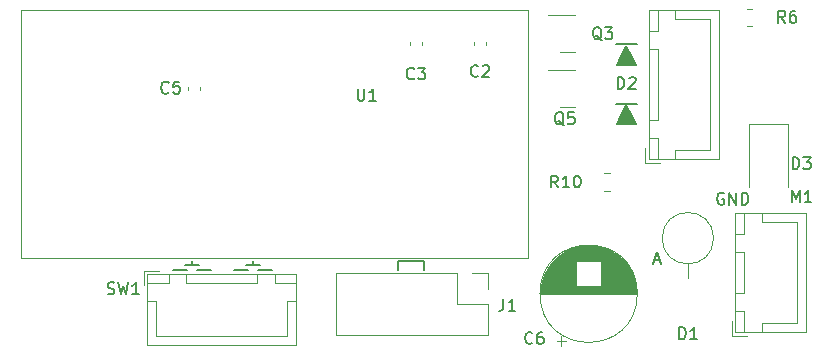
<source format=gbr>
%TF.GenerationSoftware,KiCad,Pcbnew,6.0.11-2627ca5db0~126~ubuntu22.04.1*%
%TF.CreationDate,2023-02-15T16:19:53+03:00*%
%TF.ProjectId,train_barrier,74726169-6e5f-4626-9172-726965722e6b,rev?*%
%TF.SameCoordinates,Original*%
%TF.FileFunction,Legend,Top*%
%TF.FilePolarity,Positive*%
%FSLAX46Y46*%
G04 Gerber Fmt 4.6, Leading zero omitted, Abs format (unit mm)*
G04 Created by KiCad (PCBNEW 6.0.11-2627ca5db0~126~ubuntu22.04.1) date 2023-02-15 16:19:53*
%MOMM*%
%LPD*%
G01*
G04 APERTURE LIST*
%ADD10C,0.150000*%
%ADD11C,0.120000*%
G04 APERTURE END LIST*
D10*
G36*
X116200000Y-30800000D02*
G01*
X114600000Y-30800000D01*
X115400000Y-29200000D01*
X116200000Y-30800000D01*
G37*
X116200000Y-30800000D02*
X114600000Y-30800000D01*
X115400000Y-29200000D01*
X116200000Y-30800000D01*
X78000000Y-47800000D02*
X79200000Y-47800000D01*
X98250000Y-47400000D02*
X98250000Y-48200000D01*
X114500000Y-29100000D02*
X116300000Y-29100000D01*
X83200000Y-47800000D02*
X84400000Y-47800000D01*
X96070000Y-47400000D02*
X98250000Y-47400000D01*
X82200000Y-48200000D02*
X83400000Y-48200000D01*
X79000000Y-48200000D02*
X80200000Y-48200000D01*
X84200000Y-48200000D02*
X85400000Y-48200000D01*
X83800000Y-47800000D02*
X83800000Y-47400000D01*
G36*
X116200000Y-35800000D02*
G01*
X114600000Y-35800000D01*
X115400000Y-34200000D01*
X116200000Y-35800000D01*
G37*
X116200000Y-35800000D02*
X114600000Y-35800000D01*
X115400000Y-34200000D01*
X116200000Y-35800000D01*
X77000000Y-48200000D02*
X78200000Y-48200000D01*
X78600000Y-47800000D02*
X78600000Y-47400000D01*
X114500000Y-34100000D02*
X116300000Y-34100000D01*
X96070000Y-48200000D02*
X96070000Y-47400000D01*
X123638095Y-41700000D02*
X123542857Y-41652380D01*
X123400000Y-41652380D01*
X123257142Y-41700000D01*
X123161904Y-41795238D01*
X123114285Y-41890476D01*
X123066666Y-42080952D01*
X123066666Y-42223809D01*
X123114285Y-42414285D01*
X123161904Y-42509523D01*
X123257142Y-42604761D01*
X123400000Y-42652380D01*
X123495238Y-42652380D01*
X123638095Y-42604761D01*
X123685714Y-42557142D01*
X123685714Y-42223809D01*
X123495238Y-42223809D01*
X124114285Y-42652380D02*
X124114285Y-41652380D01*
X124685714Y-42652380D01*
X124685714Y-41652380D01*
X125161904Y-42652380D02*
X125161904Y-41652380D01*
X125400000Y-41652380D01*
X125542857Y-41700000D01*
X125638095Y-41795238D01*
X125685714Y-41890476D01*
X125733333Y-42080952D01*
X125733333Y-42223809D01*
X125685714Y-42414285D01*
X125638095Y-42509523D01*
X125542857Y-42604761D01*
X125400000Y-42652380D01*
X125161904Y-42652380D01*
%TO.C,C3*%
X97433333Y-31957142D02*
X97385714Y-32004761D01*
X97242857Y-32052380D01*
X97147619Y-32052380D01*
X97004761Y-32004761D01*
X96909523Y-31909523D01*
X96861904Y-31814285D01*
X96814285Y-31623809D01*
X96814285Y-31480952D01*
X96861904Y-31290476D01*
X96909523Y-31195238D01*
X97004761Y-31100000D01*
X97147619Y-31052380D01*
X97242857Y-31052380D01*
X97385714Y-31100000D01*
X97433333Y-31147619D01*
X97766666Y-31052380D02*
X98385714Y-31052380D01*
X98052380Y-31433333D01*
X98195238Y-31433333D01*
X98290476Y-31480952D01*
X98338095Y-31528571D01*
X98385714Y-31623809D01*
X98385714Y-31861904D01*
X98338095Y-31957142D01*
X98290476Y-32004761D01*
X98195238Y-32052380D01*
X97909523Y-32052380D01*
X97814285Y-32004761D01*
X97766666Y-31957142D01*
%TO.C,R6*%
X128833333Y-27252380D02*
X128500000Y-26776190D01*
X128261904Y-27252380D02*
X128261904Y-26252380D01*
X128642857Y-26252380D01*
X128738095Y-26300000D01*
X128785714Y-26347619D01*
X128833333Y-26442857D01*
X128833333Y-26585714D01*
X128785714Y-26680952D01*
X128738095Y-26728571D01*
X128642857Y-26776190D01*
X128261904Y-26776190D01*
X129690476Y-26252380D02*
X129500000Y-26252380D01*
X129404761Y-26300000D01*
X129357142Y-26347619D01*
X129261904Y-26490476D01*
X129214285Y-26680952D01*
X129214285Y-27061904D01*
X129261904Y-27157142D01*
X129309523Y-27204761D01*
X129404761Y-27252380D01*
X129595238Y-27252380D01*
X129690476Y-27204761D01*
X129738095Y-27157142D01*
X129785714Y-27061904D01*
X129785714Y-26823809D01*
X129738095Y-26728571D01*
X129690476Y-26680952D01*
X129595238Y-26633333D01*
X129404761Y-26633333D01*
X129309523Y-26680952D01*
X129261904Y-26728571D01*
X129214285Y-26823809D01*
%TO.C,SW1*%
X71466666Y-50204761D02*
X71609523Y-50252380D01*
X71847619Y-50252380D01*
X71942857Y-50204761D01*
X71990476Y-50157142D01*
X72038095Y-50061904D01*
X72038095Y-49966666D01*
X71990476Y-49871428D01*
X71942857Y-49823809D01*
X71847619Y-49776190D01*
X71657142Y-49728571D01*
X71561904Y-49680952D01*
X71514285Y-49633333D01*
X71466666Y-49538095D01*
X71466666Y-49442857D01*
X71514285Y-49347619D01*
X71561904Y-49300000D01*
X71657142Y-49252380D01*
X71895238Y-49252380D01*
X72038095Y-49300000D01*
X72371428Y-49252380D02*
X72609523Y-50252380D01*
X72800000Y-49538095D01*
X72990476Y-50252380D01*
X73228571Y-49252380D01*
X74133333Y-50252380D02*
X73561904Y-50252380D01*
X73847619Y-50252380D02*
X73847619Y-49252380D01*
X73752380Y-49395238D01*
X73657142Y-49490476D01*
X73561904Y-49538095D01*
%TO.C,C5*%
X76633333Y-33157142D02*
X76585714Y-33204761D01*
X76442857Y-33252380D01*
X76347619Y-33252380D01*
X76204761Y-33204761D01*
X76109523Y-33109523D01*
X76061904Y-33014285D01*
X76014285Y-32823809D01*
X76014285Y-32680952D01*
X76061904Y-32490476D01*
X76109523Y-32395238D01*
X76204761Y-32300000D01*
X76347619Y-32252380D01*
X76442857Y-32252380D01*
X76585714Y-32300000D01*
X76633333Y-32347619D01*
X77538095Y-32252380D02*
X77061904Y-32252380D01*
X77014285Y-32728571D01*
X77061904Y-32680952D01*
X77157142Y-32633333D01*
X77395238Y-32633333D01*
X77490476Y-32680952D01*
X77538095Y-32728571D01*
X77585714Y-32823809D01*
X77585714Y-33061904D01*
X77538095Y-33157142D01*
X77490476Y-33204761D01*
X77395238Y-33252380D01*
X77157142Y-33252380D01*
X77061904Y-33204761D01*
X77014285Y-33157142D01*
%TO.C,M1*%
X129390476Y-42452380D02*
X129390476Y-41452380D01*
X129723809Y-42166666D01*
X130057142Y-41452380D01*
X130057142Y-42452380D01*
X131057142Y-42452380D02*
X130485714Y-42452380D01*
X130771428Y-42452380D02*
X130771428Y-41452380D01*
X130676190Y-41595238D01*
X130580952Y-41690476D01*
X130485714Y-41738095D01*
%TO.C,C2*%
X102833333Y-31757142D02*
X102785714Y-31804761D01*
X102642857Y-31852380D01*
X102547619Y-31852380D01*
X102404761Y-31804761D01*
X102309523Y-31709523D01*
X102261904Y-31614285D01*
X102214285Y-31423809D01*
X102214285Y-31280952D01*
X102261904Y-31090476D01*
X102309523Y-30995238D01*
X102404761Y-30900000D01*
X102547619Y-30852380D01*
X102642857Y-30852380D01*
X102785714Y-30900000D01*
X102833333Y-30947619D01*
X103214285Y-30947619D02*
X103261904Y-30900000D01*
X103357142Y-30852380D01*
X103595238Y-30852380D01*
X103690476Y-30900000D01*
X103738095Y-30947619D01*
X103785714Y-31042857D01*
X103785714Y-31138095D01*
X103738095Y-31280952D01*
X103166666Y-31852380D01*
X103785714Y-31852380D01*
%TO.C,C6*%
X107433333Y-54357142D02*
X107385714Y-54404761D01*
X107242857Y-54452380D01*
X107147619Y-54452380D01*
X107004761Y-54404761D01*
X106909523Y-54309523D01*
X106861904Y-54214285D01*
X106814285Y-54023809D01*
X106814285Y-53880952D01*
X106861904Y-53690476D01*
X106909523Y-53595238D01*
X107004761Y-53500000D01*
X107147619Y-53452380D01*
X107242857Y-53452380D01*
X107385714Y-53500000D01*
X107433333Y-53547619D01*
X108290476Y-53452380D02*
X108100000Y-53452380D01*
X108004761Y-53500000D01*
X107957142Y-53547619D01*
X107861904Y-53690476D01*
X107814285Y-53880952D01*
X107814285Y-54261904D01*
X107861904Y-54357142D01*
X107909523Y-54404761D01*
X108004761Y-54452380D01*
X108195238Y-54452380D01*
X108290476Y-54404761D01*
X108338095Y-54357142D01*
X108385714Y-54261904D01*
X108385714Y-54023809D01*
X108338095Y-53928571D01*
X108290476Y-53880952D01*
X108195238Y-53833333D01*
X108004761Y-53833333D01*
X107909523Y-53880952D01*
X107861904Y-53928571D01*
X107814285Y-54023809D01*
%TO.C,R10*%
X109607142Y-41202380D02*
X109273809Y-40726190D01*
X109035714Y-41202380D02*
X109035714Y-40202380D01*
X109416666Y-40202380D01*
X109511904Y-40250000D01*
X109559523Y-40297619D01*
X109607142Y-40392857D01*
X109607142Y-40535714D01*
X109559523Y-40630952D01*
X109511904Y-40678571D01*
X109416666Y-40726190D01*
X109035714Y-40726190D01*
X110559523Y-41202380D02*
X109988095Y-41202380D01*
X110273809Y-41202380D02*
X110273809Y-40202380D01*
X110178571Y-40345238D01*
X110083333Y-40440476D01*
X109988095Y-40488095D01*
X111178571Y-40202380D02*
X111273809Y-40202380D01*
X111369047Y-40250000D01*
X111416666Y-40297619D01*
X111464285Y-40392857D01*
X111511904Y-40583333D01*
X111511904Y-40821428D01*
X111464285Y-41011904D01*
X111416666Y-41107142D01*
X111369047Y-41154761D01*
X111273809Y-41202380D01*
X111178571Y-41202380D01*
X111083333Y-41154761D01*
X111035714Y-41107142D01*
X110988095Y-41011904D01*
X110940476Y-40821428D01*
X110940476Y-40583333D01*
X110988095Y-40392857D01*
X111035714Y-40297619D01*
X111083333Y-40250000D01*
X111178571Y-40202380D01*
%TO.C,U1*%
X92638095Y-32852380D02*
X92638095Y-33661904D01*
X92685714Y-33757142D01*
X92733333Y-33804761D01*
X92828571Y-33852380D01*
X93019047Y-33852380D01*
X93114285Y-33804761D01*
X93161904Y-33757142D01*
X93209523Y-33661904D01*
X93209523Y-32852380D01*
X94209523Y-33852380D02*
X93638095Y-33852380D01*
X93923809Y-33852380D02*
X93923809Y-32852380D01*
X93828571Y-32995238D01*
X93733333Y-33090476D01*
X93638095Y-33138095D01*
%TO.C,D3*%
X129461904Y-39652380D02*
X129461904Y-38652380D01*
X129700000Y-38652380D01*
X129842857Y-38700000D01*
X129938095Y-38795238D01*
X129985714Y-38890476D01*
X130033333Y-39080952D01*
X130033333Y-39223809D01*
X129985714Y-39414285D01*
X129938095Y-39509523D01*
X129842857Y-39604761D01*
X129700000Y-39652380D01*
X129461904Y-39652380D01*
X130366666Y-38652380D02*
X130985714Y-38652380D01*
X130652380Y-39033333D01*
X130795238Y-39033333D01*
X130890476Y-39080952D01*
X130938095Y-39128571D01*
X130985714Y-39223809D01*
X130985714Y-39461904D01*
X130938095Y-39557142D01*
X130890476Y-39604761D01*
X130795238Y-39652380D01*
X130509523Y-39652380D01*
X130414285Y-39604761D01*
X130366666Y-39557142D01*
%TO.C,Q5*%
X110104761Y-35947619D02*
X110009523Y-35900000D01*
X109914285Y-35804761D01*
X109771428Y-35661904D01*
X109676190Y-35614285D01*
X109580952Y-35614285D01*
X109628571Y-35852380D02*
X109533333Y-35804761D01*
X109438095Y-35709523D01*
X109390476Y-35519047D01*
X109390476Y-35185714D01*
X109438095Y-34995238D01*
X109533333Y-34900000D01*
X109628571Y-34852380D01*
X109819047Y-34852380D01*
X109914285Y-34900000D01*
X110009523Y-34995238D01*
X110057142Y-35185714D01*
X110057142Y-35519047D01*
X110009523Y-35709523D01*
X109914285Y-35804761D01*
X109819047Y-35852380D01*
X109628571Y-35852380D01*
X110961904Y-34852380D02*
X110485714Y-34852380D01*
X110438095Y-35328571D01*
X110485714Y-35280952D01*
X110580952Y-35233333D01*
X110819047Y-35233333D01*
X110914285Y-35280952D01*
X110961904Y-35328571D01*
X111009523Y-35423809D01*
X111009523Y-35661904D01*
X110961904Y-35757142D01*
X110914285Y-35804761D01*
X110819047Y-35852380D01*
X110580952Y-35852380D01*
X110485714Y-35804761D01*
X110438095Y-35757142D01*
%TO.C,J1*%
X104991666Y-50652380D02*
X104991666Y-51366666D01*
X104944047Y-51509523D01*
X104848809Y-51604761D01*
X104705952Y-51652380D01*
X104610714Y-51652380D01*
X105991666Y-51652380D02*
X105420238Y-51652380D01*
X105705952Y-51652380D02*
X105705952Y-50652380D01*
X105610714Y-50795238D01*
X105515476Y-50890476D01*
X105420238Y-50938095D01*
%TO.C,D2*%
X114661904Y-32852380D02*
X114661904Y-31852380D01*
X114900000Y-31852380D01*
X115042857Y-31900000D01*
X115138095Y-31995238D01*
X115185714Y-32090476D01*
X115233333Y-32280952D01*
X115233333Y-32423809D01*
X115185714Y-32614285D01*
X115138095Y-32709523D01*
X115042857Y-32804761D01*
X114900000Y-32852380D01*
X114661904Y-32852380D01*
X115614285Y-31947619D02*
X115661904Y-31900000D01*
X115757142Y-31852380D01*
X115995238Y-31852380D01*
X116090476Y-31900000D01*
X116138095Y-31947619D01*
X116185714Y-32042857D01*
X116185714Y-32138095D01*
X116138095Y-32280952D01*
X115566666Y-32852380D01*
X116185714Y-32852380D01*
%TO.C,D1*%
X119861904Y-54052380D02*
X119861904Y-53052380D01*
X120100000Y-53052380D01*
X120242857Y-53100000D01*
X120338095Y-53195238D01*
X120385714Y-53290476D01*
X120433333Y-53480952D01*
X120433333Y-53623809D01*
X120385714Y-53814285D01*
X120338095Y-53909523D01*
X120242857Y-54004761D01*
X120100000Y-54052380D01*
X119861904Y-54052380D01*
X121385714Y-54052380D02*
X120814285Y-54052380D01*
X121100000Y-54052380D02*
X121100000Y-53052380D01*
X121004761Y-53195238D01*
X120909523Y-53290476D01*
X120814285Y-53338095D01*
X117761904Y-47366666D02*
X118238095Y-47366666D01*
X117666666Y-47652380D02*
X118000000Y-46652380D01*
X118333333Y-47652380D01*
%TO.C,Q3*%
X113304761Y-28747619D02*
X113209523Y-28700000D01*
X113114285Y-28604761D01*
X112971428Y-28461904D01*
X112876190Y-28414285D01*
X112780952Y-28414285D01*
X112828571Y-28652380D02*
X112733333Y-28604761D01*
X112638095Y-28509523D01*
X112590476Y-28319047D01*
X112590476Y-27985714D01*
X112638095Y-27795238D01*
X112733333Y-27700000D01*
X112828571Y-27652380D01*
X113019047Y-27652380D01*
X113114285Y-27700000D01*
X113209523Y-27795238D01*
X113257142Y-27985714D01*
X113257142Y-28319047D01*
X113209523Y-28509523D01*
X113114285Y-28604761D01*
X113019047Y-28652380D01*
X112828571Y-28652380D01*
X113590476Y-27652380D02*
X114209523Y-27652380D01*
X113876190Y-28033333D01*
X114019047Y-28033333D01*
X114114285Y-28080952D01*
X114161904Y-28128571D01*
X114209523Y-28223809D01*
X114209523Y-28461904D01*
X114161904Y-28557142D01*
X114114285Y-28604761D01*
X114019047Y-28652380D01*
X113733333Y-28652380D01*
X113638095Y-28604761D01*
X113590476Y-28557142D01*
D11*
%TO.C,C3*%
X98110000Y-28859420D02*
X98110000Y-29140580D01*
X97090000Y-28859420D02*
X97090000Y-29140580D01*
%TO.C,R6*%
X126027064Y-27535000D02*
X125572936Y-27535000D01*
X126027064Y-26065000D02*
X125572936Y-26065000D01*
%TO.C,SW1*%
X75800000Y-48250000D02*
X74550000Y-48250000D01*
X86700000Y-53750000D02*
X81150000Y-53750000D01*
X85650000Y-48550000D02*
X85650000Y-49300000D01*
X74850000Y-49300000D02*
X76650000Y-49300000D01*
X78150000Y-48550000D02*
X78150000Y-49300000D01*
X76650000Y-48550000D02*
X74850000Y-48550000D01*
X87460000Y-54510000D02*
X87460000Y-48540000D01*
X74850000Y-50800000D02*
X75600000Y-50800000D01*
X74550000Y-48250000D02*
X74550000Y-49500000D01*
X86700000Y-50800000D02*
X86700000Y-53750000D01*
X85650000Y-49300000D02*
X87450000Y-49300000D01*
X87450000Y-49300000D02*
X87450000Y-48550000D01*
X84150000Y-48550000D02*
X78150000Y-48550000D01*
X87450000Y-48550000D02*
X85650000Y-48550000D01*
X74850000Y-48550000D02*
X74850000Y-49300000D01*
X74840000Y-48540000D02*
X74840000Y-54510000D01*
X84150000Y-49300000D02*
X84150000Y-48550000D01*
X87460000Y-48540000D02*
X74840000Y-48540000D01*
X75600000Y-50800000D02*
X75600000Y-53750000D01*
X74840000Y-54510000D02*
X87460000Y-54510000D01*
X78150000Y-49300000D02*
X84150000Y-49300000D01*
X87450000Y-50800000D02*
X86700000Y-50800000D01*
X75600000Y-53750000D02*
X81150000Y-53750000D01*
X76650000Y-49300000D02*
X76650000Y-48550000D01*
%TO.C,C5*%
X79310000Y-32659420D02*
X79310000Y-32940580D01*
X78290000Y-32659420D02*
X78290000Y-32940580D01*
%TO.C,M1*%
X125375000Y-46650000D02*
X124625000Y-46650000D01*
X124625000Y-43350000D02*
X124625000Y-45150000D01*
X124625000Y-51650000D02*
X124625000Y-53450000D01*
X124625000Y-50150000D02*
X125375000Y-50150000D01*
X126875000Y-43350000D02*
X126875000Y-44100000D01*
X125375000Y-51650000D02*
X124625000Y-51650000D01*
X124625000Y-53450000D02*
X125375000Y-53450000D01*
X124625000Y-45150000D02*
X125375000Y-45150000D01*
X124325000Y-52500000D02*
X124325000Y-53750000D01*
X126875000Y-44100000D02*
X129825000Y-44100000D01*
X130585000Y-43340000D02*
X124615000Y-43340000D01*
X124325000Y-53750000D02*
X125575000Y-53750000D01*
X125375000Y-43350000D02*
X124625000Y-43350000D01*
X125375000Y-50150000D02*
X125375000Y-46650000D01*
X130585000Y-53460000D02*
X130585000Y-43340000D01*
X124625000Y-46650000D02*
X124625000Y-50150000D01*
X126875000Y-53450000D02*
X126875000Y-52700000D01*
X125375000Y-45150000D02*
X125375000Y-43350000D01*
X126875000Y-52700000D02*
X129825000Y-52700000D01*
X129825000Y-44100000D02*
X129825000Y-48400000D01*
X125375000Y-53450000D02*
X125375000Y-51650000D01*
X129825000Y-52700000D02*
X129825000Y-48400000D01*
X124615000Y-43340000D02*
X124615000Y-53460000D01*
X124615000Y-53460000D02*
X130585000Y-53460000D01*
%TO.C,C2*%
X102490000Y-28859420D02*
X102490000Y-29140580D01*
X103510000Y-28859420D02*
X103510000Y-29140580D01*
%TO.C,C6*%
X108534000Y-48404302D02*
X111160000Y-48404302D01*
X108120000Y-50125302D02*
X116280000Y-50125302D01*
X108224000Y-49284302D02*
X111160000Y-49284302D01*
X110971000Y-46284302D02*
X113429000Y-46284302D01*
X108163000Y-49605302D02*
X116237000Y-49605302D01*
X109913000Y-46804302D02*
X114487000Y-46804302D01*
X108139000Y-49805302D02*
X116261000Y-49805302D01*
X110310000Y-46564302D02*
X114090000Y-46564302D01*
X113240000Y-48964302D02*
X116089000Y-48964302D01*
X113240000Y-48204302D02*
X115762000Y-48204302D01*
X109855000Y-46844302D02*
X114545000Y-46844302D01*
X108215000Y-49324302D02*
X111160000Y-49324302D01*
X108426000Y-48644302D02*
X111160000Y-48644302D01*
X113240000Y-48324302D02*
X115827000Y-48324302D01*
X113240000Y-49324302D02*
X116185000Y-49324302D01*
X109333000Y-47284302D02*
X115067000Y-47284302D01*
X109549000Y-47084302D02*
X114851000Y-47084302D01*
X108891000Y-47804302D02*
X111160000Y-47804302D01*
X113240000Y-48764302D02*
X116021000Y-48764302D01*
X113240000Y-49404302D02*
X116202000Y-49404302D01*
X111102000Y-46244302D02*
X113298000Y-46244302D01*
X113240000Y-48724302D02*
X116005000Y-48724302D01*
X113240000Y-48644302D02*
X115974000Y-48644302D01*
X108311000Y-48964302D02*
X111160000Y-48964302D01*
X108514000Y-48444302D02*
X111160000Y-48444302D01*
X108808000Y-47924302D02*
X111160000Y-47924302D01*
X108198000Y-49404302D02*
X111160000Y-49404302D01*
X113240000Y-47524302D02*
X115290000Y-47524302D01*
X108183000Y-49484302D02*
X111160000Y-49484302D01*
X108298000Y-49004302D02*
X111160000Y-49004302D01*
X108233000Y-49244302D02*
X111160000Y-49244302D01*
X113240000Y-47644302D02*
X115389000Y-47644302D01*
X109746000Y-46924302D02*
X114654000Y-46924302D01*
X108683000Y-48124302D02*
X111160000Y-48124302D01*
X113240000Y-47924302D02*
X115592000Y-47924302D01*
X113240000Y-48284302D02*
X115806000Y-48284302D01*
X113240000Y-47564302D02*
X115324000Y-47564302D01*
X108129000Y-49925302D02*
X116271000Y-49925302D01*
X108206000Y-49364302D02*
X111160000Y-49364302D01*
X108126000Y-49965302D02*
X116274000Y-49965302D01*
X108121000Y-50085302D02*
X116279000Y-50085302D01*
X113240000Y-48404302D02*
X115866000Y-48404302D01*
X108176000Y-49525302D02*
X116224000Y-49525302D01*
X113240000Y-48884302D02*
X116063000Y-48884302D01*
X111432000Y-46164302D02*
X112968000Y-46164302D01*
X113240000Y-48564302D02*
X115940000Y-48564302D01*
X108594000Y-48284302D02*
X111160000Y-48284302D01*
X109885000Y-54615000D02*
X109885000Y-53815000D01*
X110166000Y-46644302D02*
X114234000Y-46644302D01*
X109695000Y-46964302D02*
X114705000Y-46964302D01*
X108124000Y-50005302D02*
X116276000Y-50005302D01*
X113240000Y-48684302D02*
X115990000Y-48684302D01*
X110747000Y-46364302D02*
X113653000Y-46364302D01*
X108286000Y-49044302D02*
X111160000Y-49044302D01*
X108135000Y-49845302D02*
X116265000Y-49845302D01*
X109800000Y-46884302D02*
X114600000Y-46884302D01*
X110098000Y-46684302D02*
X114302000Y-46684302D01*
X108337000Y-48884302D02*
X111160000Y-48884302D01*
X108190000Y-49444302D02*
X111160000Y-49444302D01*
X113240000Y-48164302D02*
X115740000Y-48164302D01*
X108323000Y-48924302D02*
X111160000Y-48924302D01*
X108443000Y-48604302D02*
X111160000Y-48604302D01*
X110555000Y-46444302D02*
X113845000Y-46444302D01*
X109011000Y-47644302D02*
X111160000Y-47644302D01*
X110648000Y-46404302D02*
X113752000Y-46404302D01*
X113240000Y-47764302D02*
X115480000Y-47764302D01*
X108158000Y-49645302D02*
X116242000Y-49645302D01*
X109644000Y-47004302D02*
X114756000Y-47004302D01*
X108660000Y-48164302D02*
X111160000Y-48164302D01*
X113240000Y-47484302D02*
X115255000Y-47484302D01*
X108152000Y-49685302D02*
X116248000Y-49685302D01*
X113240000Y-48484302D02*
X115904000Y-48484302D01*
X109044000Y-47604302D02*
X111160000Y-47604302D01*
X108920000Y-47764302D02*
X111160000Y-47764302D01*
X113240000Y-47804302D02*
X115509000Y-47804302D01*
X113240000Y-49004302D02*
X116102000Y-49004302D01*
X113240000Y-48124302D02*
X115717000Y-48124302D01*
X108379000Y-48764302D02*
X111160000Y-48764302D01*
X113240000Y-47884302D02*
X115565000Y-47884302D01*
X109459000Y-47164302D02*
X114941000Y-47164302D01*
X110854000Y-46324302D02*
X113546000Y-46324302D01*
X113240000Y-47684302D02*
X115420000Y-47684302D01*
X113240000Y-49164302D02*
X116147000Y-49164302D01*
X108707000Y-48084302D02*
X111160000Y-48084302D01*
X113240000Y-49284302D02*
X116176000Y-49284302D01*
X113240000Y-48004302D02*
X115644000Y-48004302D01*
X108148000Y-49725302D02*
X116252000Y-49725302D01*
X108264000Y-49124302D02*
X111160000Y-49124302D01*
X113240000Y-48044302D02*
X115669000Y-48044302D01*
X109076000Y-47564302D02*
X111160000Y-47564302D01*
X111252000Y-46204302D02*
X113148000Y-46204302D01*
X108980000Y-47684302D02*
X111160000Y-47684302D01*
X108478000Y-48524302D02*
X111160000Y-48524302D01*
X109485000Y-54215000D02*
X110285000Y-54215000D01*
X113240000Y-49444302D02*
X116210000Y-49444302D01*
X108553000Y-48364302D02*
X111160000Y-48364302D01*
X108460000Y-48564302D02*
X111160000Y-48564302D01*
X108132000Y-49885302D02*
X116268000Y-49885302D01*
X108143000Y-49765302D02*
X116257000Y-49765302D01*
X113240000Y-48244302D02*
X115784000Y-48244302D01*
X113240000Y-47604302D02*
X115356000Y-47604302D01*
X108170000Y-49565302D02*
X116230000Y-49565302D01*
X108253000Y-49164302D02*
X111160000Y-49164302D01*
X113240000Y-48444302D02*
X115886000Y-48444302D01*
X108573000Y-48324302D02*
X111160000Y-48324302D01*
X108950000Y-47724302D02*
X111160000Y-47724302D01*
X113240000Y-49204302D02*
X116157000Y-49204302D01*
X108782000Y-47964302D02*
X111160000Y-47964302D01*
X113240000Y-47724302D02*
X115450000Y-47724302D01*
X113240000Y-47444302D02*
X115219000Y-47444302D01*
X108496000Y-48484302D02*
X111160000Y-48484302D01*
X108395000Y-48724302D02*
X111160000Y-48724302D01*
X110387000Y-46524302D02*
X114013000Y-46524302D01*
X108120000Y-50205302D02*
X116280000Y-50205302D01*
X109972000Y-46764302D02*
X114428000Y-46764302D01*
X113240000Y-48604302D02*
X115957000Y-48604302D01*
X113240000Y-48524302D02*
X115922000Y-48524302D01*
X113240000Y-49364302D02*
X116194000Y-49364302D01*
X113240000Y-47844302D02*
X115538000Y-47844302D01*
X113240000Y-49244302D02*
X116167000Y-49244302D01*
X108123000Y-50045302D02*
X116277000Y-50045302D01*
X108835000Y-47884302D02*
X111160000Y-47884302D01*
X113240000Y-49044302D02*
X116114000Y-49044302D01*
X108120000Y-50165302D02*
X116280000Y-50165302D01*
X110034000Y-46724302D02*
X114366000Y-46724302D01*
X111667000Y-46124302D02*
X112733000Y-46124302D01*
X109293000Y-47324302D02*
X115107000Y-47324302D01*
X110236000Y-46604302D02*
X114164000Y-46604302D01*
X108243000Y-49204302D02*
X111160000Y-49204302D01*
X108862000Y-47844302D02*
X111160000Y-47844302D01*
X113240000Y-49124302D02*
X116136000Y-49124302D01*
X108365000Y-48804302D02*
X111160000Y-48804302D01*
X108638000Y-48204302D02*
X111160000Y-48204302D01*
X113240000Y-48844302D02*
X116050000Y-48844302D01*
X113240000Y-48084302D02*
X115693000Y-48084302D01*
X108410000Y-48684302D02*
X111160000Y-48684302D01*
X113240000Y-49084302D02*
X116125000Y-49084302D01*
X108756000Y-48004302D02*
X111160000Y-48004302D01*
X108275000Y-49084302D02*
X111160000Y-49084302D01*
X113240000Y-49484302D02*
X116217000Y-49484302D01*
X113240000Y-48804302D02*
X116035000Y-48804302D01*
X109255000Y-47364302D02*
X115145000Y-47364302D01*
X113240000Y-47964302D02*
X115618000Y-47964302D01*
X110469000Y-46484302D02*
X113931000Y-46484302D01*
X109145000Y-47484302D02*
X111160000Y-47484302D01*
X109110000Y-47524302D02*
X111160000Y-47524302D01*
X109181000Y-47444302D02*
X111160000Y-47444302D01*
X109374000Y-47244302D02*
X115026000Y-47244302D01*
X113240000Y-48364302D02*
X115847000Y-48364302D01*
X109596000Y-47044302D02*
X114804000Y-47044302D01*
X113240000Y-48924302D02*
X116077000Y-48924302D01*
X108350000Y-48844302D02*
X111160000Y-48844302D01*
X109503000Y-47124302D02*
X114897000Y-47124302D01*
X109217000Y-47404302D02*
X115183000Y-47404302D01*
X108731000Y-48044302D02*
X111160000Y-48044302D01*
X108616000Y-48244302D02*
X111160000Y-48244302D01*
X109416000Y-47204302D02*
X114984000Y-47204302D01*
X116320000Y-50205302D02*
G75*
G03*
X116320000Y-50205302I-4120000J0D01*
G01*
%TO.C,R10*%
X113522936Y-41485000D02*
X113977064Y-41485000D01*
X113522936Y-40015000D02*
X113977064Y-40015000D01*
%TO.C,U1*%
X64100000Y-26200000D02*
X107100000Y-26200000D01*
X107100000Y-26200000D02*
X107100000Y-47200000D01*
X107100000Y-47200000D02*
X64100000Y-47200000D01*
X64100000Y-47200000D02*
X64100000Y-26200000D01*
%TO.C,D3*%
X129050000Y-35800000D02*
X125750000Y-35800000D01*
X125750000Y-35800000D02*
X125750000Y-41200000D01*
X129050000Y-35800000D02*
X129050000Y-41200000D01*
%TO.C,Q5*%
X110400000Y-31240000D02*
X108725000Y-31240000D01*
X110400000Y-31240000D02*
X111050000Y-31240000D01*
X110400000Y-34360000D02*
X109750000Y-34360000D01*
X110400000Y-34360000D02*
X111050000Y-34360000D01*
%TO.C,J1*%
X103655000Y-51070000D02*
X103655000Y-53670000D01*
X103655000Y-53670000D02*
X90835000Y-53670000D01*
X102325000Y-48470000D02*
X103655000Y-48470000D01*
X103655000Y-48470000D02*
X103655000Y-49800000D01*
X101055000Y-51070000D02*
X103655000Y-51070000D01*
X90835000Y-48470000D02*
X90835000Y-53670000D01*
X101055000Y-48470000D02*
X90835000Y-48470000D01*
X101055000Y-48470000D02*
X101055000Y-51070000D01*
%TO.C,D2*%
X117300000Y-26200000D02*
X117300000Y-28000000D01*
X117300000Y-29500000D02*
X117300000Y-35500000D01*
X117000000Y-37850000D02*
X117000000Y-39100000D01*
X119550000Y-26200000D02*
X119550000Y-26950000D01*
X118050000Y-35500000D02*
X118050000Y-29500000D01*
X117300000Y-35500000D02*
X118050000Y-35500000D01*
X117000000Y-39100000D02*
X118250000Y-39100000D01*
X117290000Y-26190000D02*
X117290000Y-38810000D01*
X118050000Y-29500000D02*
X117300000Y-29500000D01*
X123260000Y-38810000D02*
X123260000Y-26190000D01*
X119550000Y-38800000D02*
X119550000Y-38050000D01*
X117290000Y-38810000D02*
X123260000Y-38810000D01*
X118050000Y-28000000D02*
X118050000Y-26200000D01*
X118050000Y-26200000D02*
X117300000Y-26200000D01*
X117300000Y-37000000D02*
X117300000Y-38800000D01*
X123260000Y-26190000D02*
X117290000Y-26190000D01*
X117300000Y-28000000D02*
X118050000Y-28000000D01*
X118050000Y-37000000D02*
X117300000Y-37000000D01*
X122500000Y-26950000D02*
X122500000Y-32500000D01*
X119550000Y-38050000D02*
X122500000Y-38050000D01*
X117300000Y-38800000D02*
X118050000Y-38800000D01*
X119550000Y-26950000D02*
X122500000Y-26950000D01*
X122500000Y-38050000D02*
X122500000Y-32500000D01*
X118050000Y-38800000D02*
X118050000Y-37000000D01*
%TO.C,D1*%
X120600000Y-47678611D02*
X120600000Y-48883712D01*
X122774899Y-45503712D02*
G75*
G03*
X122774899Y-45503712I-2174899J0D01*
G01*
%TO.C,Q3*%
X110400000Y-29760000D02*
X109750000Y-29760000D01*
X110400000Y-26640000D02*
X111050000Y-26640000D01*
X110400000Y-29760000D02*
X111050000Y-29760000D01*
X110400000Y-26640000D02*
X108725000Y-26640000D01*
%TD*%
M02*

</source>
